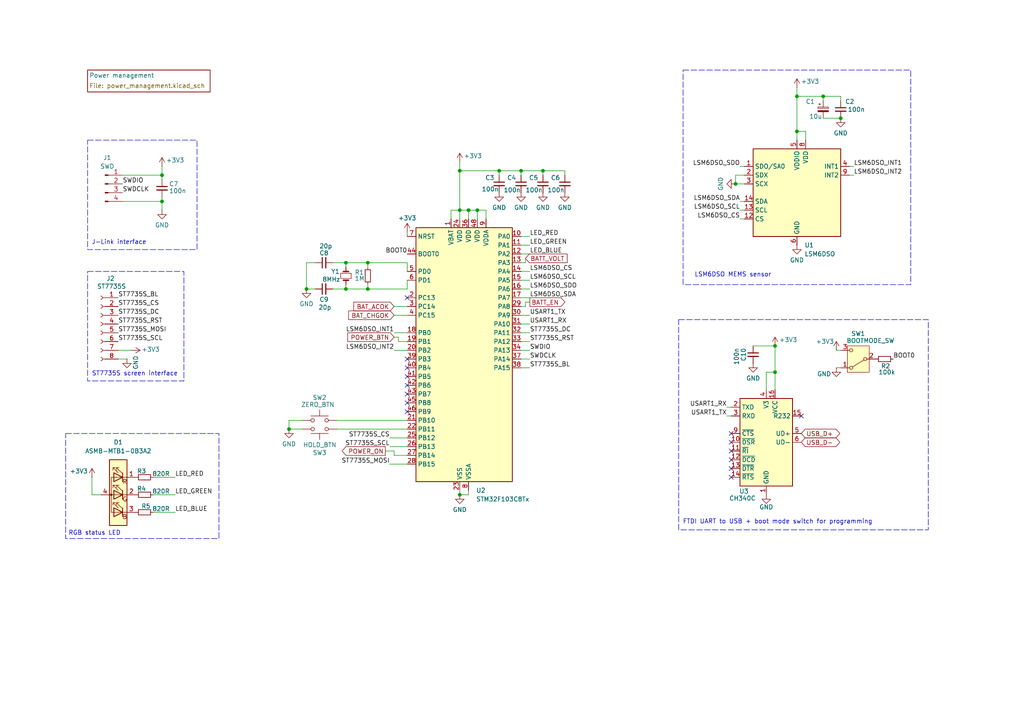
<source format=kicad_sch>
(kicad_sch (version 20231120) (generator "eeschema") (generator_version "8.0")
  (paper "A4")
  (title_block (title "Leany") (date "2024-10-07") (comment 1 "MIT License") (comment 2 "Copyright (c) 2023 Gilles Henrard"))
  (lib_symbols
    (symbol "Connector:Conn_01x04_Pin" (pin_names (offset 1.016) hide)
      (property "Reference" "J" (at 0 5.08 0))
      (property "Value" "Conn_01x04_Pin" (at 0 -7.62 0))
      (symbol "Conn_01x04_Pin_1_1"
        (polyline (pts (xy 1.27 -5.08) (xy 0.8636 -5.08)) (stroke (width 0.1524)))
        (polyline (pts (xy 1.27 -2.54) (xy 0.8636 -2.54)) (stroke (width 0.1524)))
        (polyline (pts (xy 1.27 0) (xy 0.8636 0)) (stroke (width 0.1524)))
        (polyline (pts (xy 1.27 2.54) (xy 0.8636 2.54)) (stroke (width 0.1524)))
        (rectangle (start 0.8636 -4.953) (end 0 -5.207) (stroke (width 0.1524)) (fill (type outline)))
        (rectangle (start 0.8636 -2.413) (end 0 -2.667) (stroke (width 0.1524)) (fill (type outline)))
        (rectangle (start 0.8636 0.127) (end 0 -0.127) (stroke (width 0.1524)) (fill (type outline)))
        (rectangle (start 0.8636 2.667) (end 0 2.413) (stroke (width 0.1524)) (fill (type outline)))
        (pin passive line (at 5.08 2.54 180) (length 3.81) (name "Pin_1") (number "1"))
        (pin passive line (at 5.08 0 180) (length 3.81) (name "Pin_2") (number "2"))
        (pin passive line (at 5.08 -2.54 180) (length 3.81) (name "Pin_3") (number "3"))
        (pin passive line (at 5.08 -5.08 180) (length 3.81) (name "Pin_4") (number "4"))
      )
    )
    (symbol "Connector:Conn_01x08_Socket" (pin_names (offset 1.016) hide)
      (property "Reference" "J" (at 0 10.16 0))
      (property "Value" "Conn_01x08_Socket" (at 0 -12.7 0))
      (symbol "Conn_01x08_Socket_1_1"
        (arc (start 0 -9.652) (mid -0.5058 -10.16) (end 0 -10.668) (stroke (width 0.1524)))
        (arc (start 0 -7.112) (mid -0.5058 -7.62) (end 0 -8.128) (stroke (width 0.1524)))
        (arc (start 0 -4.572) (mid -0.5058 -5.08) (end 0 -5.588) (stroke (width 0.1524)))
        (arc (start 0 -2.032) (mid -0.5058 -2.54) (end 0 -3.048) (stroke (width 0.1524)))
        (polyline (pts (xy -1.27 -10.16) (xy -0.508 -10.16)) (stroke (width 0.1524)))
        (polyline (pts (xy -1.27 -7.62) (xy -0.508 -7.62)) (stroke (width 0.1524)))
        (polyline (pts (xy -1.27 -5.08) (xy -0.508 -5.08)) (stroke (width 0.1524)))
        (polyline (pts (xy -1.27 -2.54) (xy -0.508 -2.54)) (stroke (width 0.1524)))
        (polyline (pts (xy -1.27 0) (xy -0.508 0)) (stroke (width 0.1524)))
        (polyline (pts (xy -1.27 2.54) (xy -0.508 2.54)) (stroke (width 0.1524)))
        (polyline (pts (xy -1.27 5.08) (xy -0.508 5.08)) (stroke (width 0.1524)))
        (polyline (pts (xy -1.27 7.62) (xy -0.508 7.62)) (stroke (width 0.1524)))
        (arc (start 0 0.508) (mid -0.5058 0) (end 0 -0.508) (stroke (width 0.1524)))
        (arc (start 0 3.048) (mid -0.5058 2.54) (end 0 2.032) (stroke (width 0.1524)))
        (arc (start 0 5.588) (mid -0.5058 5.08) (end 0 4.572) (stroke (width 0.1524)))
        (arc (start 0 8.128) (mid -0.5058 7.62) (end 0 7.112) (stroke (width 0.1524)))
        (pin passive line (at -5.08 7.62 0) (length 3.81) (name "Pin_1") (number "1"))
        (pin passive line (at -5.08 5.08 0) (length 3.81) (name "Pin_2") (number "2"))
        (pin passive line (at -5.08 2.54 0) (length 3.81) (name "Pin_3") (number "3"))
        (pin passive line (at -5.08 0 0) (length 3.81) (name "Pin_4") (number "4"))
        (pin passive line (at -5.08 -2.54 0) (length 3.81) (name "Pin_5") (number "5"))
        (pin passive line (at -5.08 -5.08 0) (length 3.81) (name "Pin_6") (number "6"))
        (pin passive line (at -5.08 -7.62 0) (length 3.81) (name "Pin_7") (number "7"))
        (pin passive line (at -5.08 -10.16 0) (length 3.81) (name "Pin_8") (number "8"))
      )
    )
    (symbol "Device:C_Polarized_Small" (pin_numbers hide) (pin_names (offset 0.254) hide)
      (property "Reference" "C" (at 0.254 1.778 0))
      (property "Value" "C_Polarized_Small" (at 0.254 -2.032 0))
      (symbol "C_Polarized_Small_0_1"
        (rectangle (start -1.524 -0.3048) (end 1.524 -0.6858) (fill (type outline)))
        (rectangle (start -1.524 0.6858) (end 1.524 0.3048))
        (polyline (pts (xy -1.27 1.524) (xy -0.762 1.524)))
        (polyline (pts (xy -1.016 1.27) (xy -1.016 1.778)))
      )
      (symbol "C_Polarized_Small_1_1"
        (pin passive line (at 0 2.54 270) (length 1.8542) (name "~") (number "1"))
        (pin passive line (at 0 -2.54 90) (length 1.8542) (name "~") (number "2"))
      )
    )
    (symbol "Device:C_Small" (pin_numbers hide) (pin_names (offset 0.254) hide)
      (property "Reference" "C" (at 0.254 1.778 0))
      (property "Value" "C_Small" (at 0.254 -2.032 0))
      (symbol "C_Small_0_1"
        (polyline (pts (xy -1.524 -0.508) (xy 1.524 -0.508)) (stroke (width 0.3302)))
        (polyline (pts (xy -1.524 0.508) (xy 1.524 0.508)) (stroke (width 0.3048)))
      )
      (symbol "C_Small_1_1"
        (pin passive line (at 0 2.54 270) (length 2.032) (name "~") (number "1"))
        (pin passive line (at 0 -2.54 90) (length 2.032) (name "~") (number "2"))
      )
    )
    (symbol "Device:Crystal_Small" (pin_numbers hide) (pin_names (offset 1.016) hide)
      (property "Reference" "Y" (at 0 2.54 0))
      (property "Value" "Crystal_Small" (at 0 -2.54 0))
      (symbol "Crystal_Small_0_1"
        (rectangle (start -0.762 -1.524) (end 0.762 1.524))
        (polyline (pts (xy -1.27 -0.762) (xy -1.27 0.762)) (stroke (width 0.381)))
        (polyline (pts (xy 1.27 -0.762) (xy 1.27 0.762)) (stroke (width 0.381)))
      )
      (symbol "Crystal_Small_1_1"
        (pin passive line (at -2.54 0 0) (length 1.27) (name "1") (number "1"))
        (pin passive line (at 2.54 0 180) (length 1.27) (name "2") (number "2"))
      )
    )
    (symbol "Device:R_Small" (pin_numbers hide) (pin_names (offset 0.254) hide)
      (property "Reference" "R" (at 0.762 0.508 0))
      (property "Value" "R_Small" (at 0.762 -1.016 0))
      (symbol "R_Small_0_1"
        (rectangle (start -0.762 1.778) (end 0.762 -1.778) (stroke (width 0.2032)))
      )
      (symbol "R_Small_1_1"
        (pin passive line (at 0 2.54 270) (length 0.762) (name "~") (number "1"))
        (pin passive line (at 0 -2.54 90) (length 0.762) (name "~") (number "2"))
      )
    )
    (symbol "Interface_USB:CH340C"
      (property "Reference" "U" (at -5.08 13.97 0))
      (property "Value" "CH340C" (at 1.27 13.97 0))
      (symbol "CH340C_0_1"
        (rectangle (start -7.62 12.7) (end 7.62 -12.7) (stroke (width 0.254)) (fill (type background)))
      )
      (symbol "CH340C_1_1"
        (pin power_in line (at 0 -15.24 90) (length 2.54) (name "GND") (number "1"))
        (pin input line (at 10.16 0 180) (length 2.54) (name "~{DSR}") (number "10"))
        (pin input line (at 10.16 -2.54 180) (length 2.54) (name "~{RI}") (number "11"))
        (pin input line (at 10.16 -5.08 180) (length 2.54) (name "~{DCD}") (number "12"))
        (pin output line (at 10.16 -7.62 180) (length 2.54) (name "~{DTR}") (number "13"))
        (pin output line (at 10.16 -10.16 180) (length 2.54) (name "~{RTS}") (number "14"))
        (pin input line (at -10.16 7.62 0) (length 2.54) (name "R232") (number "15"))
        (pin power_in line (at -2.54 15.24 270) (length 2.54) (name "VCC") (number "16"))
        (pin output line (at 10.16 10.16 180) (length 2.54) (name "TXD") (number "2"))
        (pin input line (at 10.16 7.62 180) (length 2.54) (name "RXD") (number "3"))
        (pin power_out line (at 0 15.24 270) (length 2.54) (name "V3") (number "4"))
        (pin bidirectional line (at -10.16 2.54 0) (length 2.54) (name "UD+") (number "5"))
        (pin bidirectional line (at -10.16 0 0) (length 2.54) (name "UD-") (number "6"))
        (pin no_connect line (at -7.62 -5.08 0) (length 2.54) hide (name "NC") (number "7"))
        (pin no_connect line (at -7.62 -7.62 0) (length 2.54) hide (name "NC") (number "8"))
        (pin input line (at 10.16 2.54 180) (length 2.54) (name "~{CTS}") (number "9"))
      )
    )
    (symbol "LED:ASMB-MTB1-0A3A2" (pin_names (offset 0) hide)
      (property "Reference" "D" (at 0 12.7 0))
      (property "Value" "ASMB-MTB1-0A3A2" (at 1.27 -11.43 0))
      (symbol "ASMB-MTB1-0A3A2_0_0"
        (text "B" (at -1.905 -6.35 0) (effects (font (size 1.27 1.27))))
        (text "G" (at -1.905 -1.27 0) (effects (font (size 1.27 1.27))))
        (text "R" (at -1.905 3.81 0) (effects (font (size 1.27 1.27))))
      )
      (symbol "ASMB-MTB1-0A3A2_0_1"
        (polyline (pts (xy -2.54 -5.08) (xy 1.27 -5.08)))
        (polyline (pts (xy -1.27 -3.81) (xy -1.27 -6.35)) (stroke (width 0.254)))
        (polyline (pts (xy -1.27 1.27) (xy -1.27 -1.27)) (stroke (width 0.254)))
        (polyline (pts (xy -1.27 6.35) (xy -1.27 3.81)) (stroke (width 0.254)))
        (polyline (pts (xy 1.27 5.08) (xy -2.54 5.08)))
        (polyline (pts (xy 2.54 0) (xy -2.54 0)))
        (polyline (pts (xy 1.27 -5.08) (xy 2.032 -5.08) (xy 2.032 5.08) (xy 1.27 5.08)))
        (polyline (pts (xy 1.27 -3.81) (xy 1.27 -6.35) (xy -1.27 -5.08) (xy 1.27 -3.81)) (stroke (width 0.254)))
        (polyline (pts (xy 1.27 1.27) (xy 1.27 -1.27) (xy -1.27 0) (xy 1.27 1.27)) (stroke (width 0.254)))
        (polyline (pts (xy 1.27 6.35) (xy 1.27 3.81) (xy -1.27 5.08) (xy 1.27 6.35)) (stroke (width 0.254)))
        (polyline (pts (xy -1.016 -3.81) (xy 0.508 -2.286) (xy -0.254 -2.286) (xy 0.508 -2.286) (xy 0.508 -3.048)))
        (polyline (pts (xy -1.016 1.27) (xy 0.508 2.794) (xy -0.254 2.794) (xy 0.508 2.794) (xy 0.508 2.032)))
        (polyline (pts (xy -1.016 6.35) (xy 0.508 7.874) (xy -0.254 7.874) (xy 0.508 7.874) (xy 0.508 7.112)))
        (polyline (pts (xy 0 -3.81) (xy 1.524 -2.286) (xy 0.762 -2.286) (xy 1.524 -2.286) (xy 1.524 -3.048)))
        (polyline (pts (xy 0 1.27) (xy 1.524 2.794) (xy 0.762 2.794) (xy 1.524 2.794) (xy 1.524 2.032)))
        (polyline (pts (xy 0 6.35) (xy 1.524 7.874) (xy 0.762 7.874) (xy 1.524 7.874) (xy 1.524 7.112)))
        (rectangle (start 1.27 6.35) (end 1.27 6.35))
        (circle (center 2.032 0) (radius 0.254) (fill (type outline)))
        (rectangle (start 2.54 -8.89) (end -2.54 10.16) (stroke (width 0.254)) (fill (type background)))
      )
      (symbol "ASMB-MTB1-0A3A2_1_1"
        (pin passive line (at -5.08 5.08 0) (length 2.54) (name "RK") (number "1"))
        (pin passive line (at -5.08 0 0) (length 2.54) (name "GK") (number "2"))
        (pin passive line (at -5.08 -5.08 0) (length 2.54) (name "BK") (number "3"))
        (pin passive line (at 5.08 0 180) (length 2.54) (name "A") (number "4"))
      )
    )
    (symbol "MCU_ST_STM32F1:STM32F103C8Tx"
      (property "Reference" "U" (at -12.7 39.37 0))
      (property "Value" "STM32F103C8Tx" (at 10.16 39.37 0))
      (symbol "STM32F103C8Tx_0_1"
        (rectangle (start -12.7 -35.56) (end 15.24 38.1) (stroke (width 0.254)) (fill (type background)))
      )
      (symbol "STM32F103C8Tx_1_1"
        (pin power_in line (at -2.54 40.64 270) (length 2.54) (name "VBAT") (number "1"))
        (pin bidirectional line (at 17.78 35.56 180) (length 2.54) (name "PA0") (number "10"))
        (pin bidirectional line (at 17.78 33.02 180) (length 2.54) (name "PA1") (number "11"))
        (pin bidirectional line (at 17.78 30.48 180) (length 2.54) (name "PA2") (number "12"))
        (pin bidirectional line (at 17.78 27.94 180) (length 2.54) (name "PA3") (number "13"))
        (pin bidirectional line (at 17.78 25.4 180) (length 2.54) (name "PA4") (number "14"))
        (pin bidirectional line (at 17.78 22.86 180) (length 2.54) (name "PA5") (number "15"))
        (pin bidirectional line (at 17.78 20.32 180) (length 2.54) (name "PA6") (number "16"))
        (pin bidirectional line (at 17.78 17.78 180) (length 2.54) (name "PA7") (number "17"))
        (pin bidirectional line (at -15.24 7.62 0) (length 2.54) (name "PB0") (number "18"))
        (pin bidirectional line (at -15.24 5.08 0) (length 2.54) (name "PB1") (number "19"))
        (pin bidirectional line (at -15.24 17.78 0) (length 2.54) (name "PC13") (number "2"))
        (pin bidirectional line (at -15.24 2.54 0) (length 2.54) (name "PB2") (number "20"))
        (pin bidirectional line (at -15.24 -17.78 0) (length 2.54) (name "PB10") (number "21"))
        (pin bidirectional line (at -15.24 -20.32 0) (length 2.54) (name "PB11") (number "22"))
        (pin power_in line (at 0 -38.1 90) (length 2.54) (name "VSS") (number "23"))
        (pin power_in line (at 0 40.64 270) (length 2.54) (name "VDD") (number "24"))
        (pin bidirectional line (at -15.24 -22.86 0) (length 2.54) (name "PB12") (number "25"))
        (pin bidirectional line (at -15.24 -25.4 0) (length 2.54) (name "PB13") (number "26"))
        (pin bidirectional line (at -15.24 -27.94 0) (length 2.54) (name "PB14") (number "27"))
        (pin bidirectional line (at -15.24 -30.48 0) (length 2.54) (name "PB15") (number "28"))
        (pin bidirectional line (at 17.78 15.24 180) (length 2.54) (name "PA8") (number "29"))
        (pin bidirectional line (at -15.24 15.24 0) (length 2.54) (name "PC14") (number "3"))
        (pin bidirectional line (at 17.78 12.7 180) (length 2.54) (name "PA9") (number "30"))
        (pin bidirectional line (at 17.78 10.16 180) (length 2.54) (name "PA10") (number "31"))
        (pin bidirectional line (at 17.78 7.62 180) (length 2.54) (name "PA11") (number "32"))
        (pin bidirectional line (at 17.78 5.08 180) (length 2.54) (name "PA12") (number "33"))
        (pin bidirectional line (at 17.78 2.54 180) (length 2.54) (name "PA13") (number "34"))
        (pin passive line (at 0 -38.1 90) (length 2.54) hide (name "VSS") (number "35"))
        (pin power_in line (at 2.54 40.64 270) (length 2.54) (name "VDD") (number "36"))
        (pin bidirectional line (at 17.78 0 180) (length 2.54) (name "PA14") (number "37"))
        (pin bidirectional line (at 17.78 -2.54 180) (length 2.54) (name "PA15") (number "38"))
        (pin bidirectional line (at -15.24 0 0) (length 2.54) (name "PB3") (number "39"))
        (pin bidirectional line (at -15.24 12.7 0) (length 2.54) (name "PC15") (number "4"))
        (pin bidirectional line (at -15.24 -2.54 0) (length 2.54) (name "PB4") (number "40"))
        (pin bidirectional line (at -15.24 -5.08 0) (length 2.54) (name "PB5") (number "41"))
        (pin bidirectional line (at -15.24 -7.62 0) (length 2.54) (name "PB6") (number "42"))
        (pin bidirectional line (at -15.24 -10.16 0) (length 2.54) (name "PB7") (number "43"))
        (pin input line (at -15.24 30.48 0) (length 2.54) (name "BOOT0") (number "44"))
        (pin bidirectional line (at -15.24 -12.7 0) (length 2.54) (name "PB8") (number "45"))
        (pin bidirectional line (at -15.24 -15.24 0) (length 2.54) (name "PB9") (number "46"))
        (pin passive line (at 0 -38.1 90) (length 2.54) hide (name "VSS") (number "47"))
        (pin power_in line (at 5.08 40.64 270) (length 2.54) (name "VDD") (number "48"))
        (pin bidirectional line (at -15.24 25.4 0) (length 2.54) (name "PD0") (number "5"))
        (pin bidirectional line (at -15.24 22.86 0) (length 2.54) (name "PD1") (number "6"))
        (pin input line (at -15.24 35.56 0) (length 2.54) (name "NRST") (number "7"))
        (pin power_in line (at 2.54 -38.1 90) (length 2.54) (name "VSSA") (number "8"))
        (pin power_in line (at 7.62 40.64 270) (length 2.54) (name "VDDA") (number "9"))
      )
    )
    (symbol "Switch:SW_Push" (pin_numbers hide) (pin_names (offset 1.016) hide)
      (property "Reference" "SW" (at 1.27 2.54 0))
      (property "Value" "SW_Push" (at 0 -1.524 0))
      (symbol "SW_Push_0_1"
        (circle (center -2.032 0) (radius 0.508))
        (polyline (pts (xy 0 1.27) (xy 0 3.048)))
        (polyline (pts (xy 2.54 1.27) (xy -2.54 1.27)))
        (circle (center 2.032 0) (radius 0.508))
        (pin passive line (at -5.08 0 0) (length 2.54) (name "1") (number "1"))
        (pin passive line (at 5.08 0 180) (length 2.54) (name "2") (number "2"))
      )
    )
    (symbol "Switch:SW_SPDT" (pin_names (offset 0) hide)
      (property "Reference" "SW" (at 0 5.08 0))
      (property "Value" "SW_SPDT" (at 0 -5.08 0))
      (symbol "SW_SPDT_0_1"
        (circle (center -2.032 0) (radius 0.4572))
        (polyline (pts (xy -1.651 0.254) (xy 1.651 2.286)))
        (circle (center 2.032 -2.54) (radius 0.4572))
        (circle (center 2.032 2.54) (radius 0.4572))
      )
      (symbol "SW_SPDT_1_1"
        (rectangle (start -3.175 3.81) (end 3.175 -3.81) (fill (type background)))
        (pin passive line (at 5.08 2.54 180) (length 2.54) (name "A") (number "1"))
        (pin passive line (at -5.08 0 0) (length 2.54) (name "B") (number "2"))
        (pin passive line (at 5.08 -2.54 180) (length 2.54) (name "C") (number "3"))
      )
    )
    (symbol "leany-symbols:LSM6DSO"
      (property "Reference" "U" (at -11.43 15.24 0))
      (property "Value" "LSM6DSO" (at -11.43 12.7 0))
      (symbol "LSM6DSO_0_1"
        (rectangle (start -12.7 12.7) (end 12.7 -12.7) (stroke (width 0.254)) (fill (type background)))
      )
      (symbol "LSM6DSO_1_1"
        (pin bidirectional line (at -15.24 7.62 0) (length 2.54) (name "SDO/SA0") (number "1"))
        (pin no_connect line (at 12.7 -5.08 180) (length 3.81) hide (name "NC") (number "10"))
        (pin no_connect line (at 12.7 -2.54 180) (length 3.81) hide (name "NC") (number "11"))
        (pin input line (at -15.24 -7.62 0) (length 2.54) (name "CS") (number "12"))
        (pin input line (at -15.24 -5.08 0) (length 2.54) (name "SCL") (number "13"))
        (pin bidirectional line (at -15.24 -2.54 0) (length 2.54) (name "SDA") (number "14"))
        (pin bidirectional line (at -15.24 5.08 0) (length 2.54) (name "SDX") (number "2"))
        (pin input line (at -15.24 2.54 0) (length 2.54) (name "SCX") (number "3"))
        (pin output line (at 15.24 7.62 180) (length 2.54) (name "INT1") (number "4"))
        (pin power_in line (at 0 15.24 270) (length 2.54) (name "VDDIO") (number "5"))
        (pin power_in line (at 0 -15.24 90) (length 2.54) (name "GND") (number "6"))
        (pin passive line (at 0 -15.24 90) (length 2.54) hide (name "GND") (number "7"))
        (pin power_in line (at 2.54 15.24 270) (length 2.54) (name "VDD") (number "8"))
        (pin output line (at 15.24 5.08 180) (length 2.54) (name "INT2") (number "9"))
      )
    )
    (symbol "power:+3V3" (power) (pin_numbers hide) (pin_names (offset 0) hide)
      (property "Value" "+3V3" (at 0 3.556 0))
      (symbol "+3V3_0_1"
        (polyline (pts (xy -0.762 1.27) (xy 0 2.54)))
        (polyline (pts (xy 0 0) (xy 0 2.54)))
        (polyline (pts (xy 0 2.54) (xy 0.762 1.27)))
      )
      (symbol "+3V3_1_1"
        (pin power_in line (at 0 0 90) (length 0) (name "~") (number "1"))
      )
    )
    (symbol "power:GND" (power) (pin_numbers hide) (pin_names (offset 0) hide)
      (property "Value" "GND" (at 0 -3.81 0))
      (symbol "GND_0_1"
        (polyline (pts (xy 0 0) (xy 0 -1.27) (xy 1.27 -1.27) (xy 0 -2.54) (xy -1.27 -1.27) (xy 0 -1.27)))
      )
      (symbol "GND_1_1"
        (pin power_in line (at 0 0 270) (length 0) (name "~") (number "1"))
      )
    )
  )
  (junction (at 106.68 83.82))
  (junction (at 213.36 53.34))
  (junction (at 83.82 124.46))
  (junction (at 100.33 76.2))
  (junction (at 144.78 49.53))
  (junction (at 133.35 143.51))
  (junction (at 238.76 27.94))
  (junction (at 224.79 107.95))
  (junction (at 231.14 27.94))
  (junction (at 135.89 60.96))
  (junction (at 151.13 49.53))
  (junction (at 224.79 100.33))
  (junction (at 88.9 83.82))
  (junction (at 46.99 58.42))
  (junction (at 157.48 49.53))
  (junction (at 243.84 34.29))
  (junction (at 100.33 83.82))
  (junction (at 231.14 38.1))
  (junction (at 133.35 60.96))
  (junction (at 46.99 50.8))
  (junction (at 133.35 49.53))
  (junction (at 138.43 60.96))
  (junction (at 106.68 76.2))
  (no_connect (at 212.09 135.89))
  (no_connect (at 212.09 125.73))
  (no_connect (at 118.11 109.22))
  (no_connect (at 118.11 114.3))
  (no_connect (at 212.09 128.27))
  (no_connect (at 212.09 133.35))
  (no_connect (at 212.09 138.43))
  (no_connect (at 118.11 116.84))
  (no_connect (at 118.11 111.76))
  (no_connect (at 118.11 86.36))
  (no_connect (at 212.09 130.81))
  (no_connect (at 118.11 119.38))
  (no_connect (at 118.11 106.68))
  (no_connect (at 232.41 120.65))
  (no_connect (at 118.11 104.14))
  (wire (pts (xy 83.82 121.92) (xy 83.82 124.46)))
  (wire (pts (xy 100.33 76.2) (xy 96.52 76.2)))
  (wire (pts (xy 231.14 27.94) (xy 238.76 27.94)))
  (wire (pts (xy 153.67 93.98) (xy 151.13 93.98)))
  (wire (pts (xy 44.45 138.43) (xy 50.8 138.43)))
  (wire (pts (xy 151.13 71.12) (xy 153.67 71.12)))
  (wire (pts (xy 113.03 134.62) (xy 118.11 134.62)))
  (wire (pts (xy 152.4 76.2) (xy 151.13 76.2)))
  (wire (pts (xy 144.78 49.53) (xy 144.78 50.8)))
  (wire (pts (xy 151.13 104.14) (xy 153.67 104.14)))
  (wire (pts (xy 115.57 99.06) (xy 118.11 99.06)))
  (wire (pts (xy 242.57 101.6) (xy 243.84 101.6)))
  (wire (pts (xy 114.3 91.44) (xy 118.11 91.44)))
  (wire (pts (xy 152.4 87.63) (xy 152.4 88.9)))
  (wire (pts (xy 213.36 53.34) (xy 215.9 53.34)))
  (wire (pts (xy 35.56 50.8) (xy 46.99 50.8)))
  (wire (pts (xy 38.1 101.6) (xy 34.29 101.6)))
  (wire (pts (xy 246.38 48.26) (xy 247.65 48.26)))
  (wire (pts (xy 133.35 143.51) (xy 133.35 142.24)))
  (wire (pts (xy 118.11 83.82) (xy 118.11 81.28)))
  (wire (pts (xy 215.9 50.8) (xy 213.36 50.8)))
  (wire (pts (xy 233.68 38.1) (xy 231.14 38.1)))
  (wire (pts (xy 151.13 106.68) (xy 153.67 106.68)))
  (wire (pts (xy 233.68 40.64) (xy 233.68 38.1)))
  (wire (pts (xy 113.03 129.54) (xy 118.11 129.54)))
  (wire (pts (xy 118.11 76.2) (xy 118.11 78.74)))
  (wire (pts (xy 222.25 107.95) (xy 222.25 113.03)))
  (wire (pts (xy 133.35 49.53) (xy 133.35 60.96)))
  (wire (pts (xy 231.14 38.1) (xy 231.14 40.64)))
  (wire (pts (xy 243.84 34.29) (xy 238.76 34.29)))
  (wire (pts (xy 214.63 60.96) (xy 215.9 60.96)))
  (wire (pts (xy 114.3 101.6) (xy 118.11 101.6)))
  (wire (pts (xy 138.43 60.96) (xy 140.97 60.96)))
  (wire (pts (xy 224.79 100.33) (xy 218.44 100.33)))
  (wire (pts (xy 111.76 130.81) (xy 114.3 130.81)))
  (wire (pts (xy 157.48 50.8) (xy 157.48 49.53)))
  (wire (pts (xy 231.14 27.94) (xy 231.14 38.1)))
  (wire (pts (xy 152.4 74.93) (xy 152.4 76.2)))
  (wire (pts (xy 153.67 91.44) (xy 151.13 91.44)))
  (wire (pts (xy 157.48 49.53) (xy 151.13 49.53)))
  (wire (pts (xy 106.68 76.2) (xy 106.68 77.47)))
  (wire (pts (xy 151.13 73.66) (xy 153.67 73.66)))
  (wire (pts (xy 238.76 27.94) (xy 243.84 27.94)))
  (wire (pts (xy 26.67 138.43) (xy 26.67 143.51)))
  (wire (pts (xy 106.68 83.82) (xy 118.11 83.82)))
  (wire (pts (xy 87.63 121.92) (xy 83.82 121.92)))
  (wire (pts (xy 238.76 27.94) (xy 238.76 29.21)))
  (wire (pts (xy 100.33 76.2) (xy 100.33 77.47)))
  (wire (pts (xy 46.99 57.15) (xy 46.99 58.42)))
  (wire (pts (xy 152.4 87.63) (xy 153.67 87.63)))
  (wire (pts (xy 26.67 143.51) (xy 29.21 143.51)))
  (wire (pts (xy 113.03 127) (xy 118.11 127)))
  (wire (pts (xy 151.13 83.82) (xy 153.67 83.82)))
  (wire (pts (xy 138.43 60.96) (xy 138.43 63.5)))
  (wire (pts (xy 213.36 50.8) (xy 213.36 53.34)))
  (wire (pts (xy 97.79 121.92) (xy 118.11 121.92)))
  (wire (pts (xy 118.11 67.31) (xy 118.11 68.58)))
  (wire (pts (xy 130.81 63.5) (xy 130.81 60.96)))
  (wire (pts (xy 151.13 81.28) (xy 153.67 81.28)))
  (wire (pts (xy 133.35 60.96) (xy 133.35 63.5)))
  (wire (pts (xy 46.99 50.8) (xy 46.99 52.07)))
  (wire (pts (xy 114.3 130.81) (xy 114.3 132.08)))
  (wire (pts (xy 210.82 118.11) (xy 212.09 118.11)))
  (wire (pts (xy 242.57 106.68) (xy 243.84 106.68)))
  (wire (pts (xy 114.3 132.08) (xy 118.11 132.08)))
  (wire (pts (xy 133.35 46.99) (xy 133.35 49.53)))
  (wire (pts (xy 114.3 96.52) (xy 118.11 96.52)))
  (wire (pts (xy 246.38 50.8) (xy 247.65 50.8)))
  (wire (pts (xy 135.89 143.51) (xy 135.89 142.24)))
  (wire (pts (xy 224.79 107.95) (xy 224.79 113.03)))
  (wire (pts (xy 135.89 60.96) (xy 138.43 60.96)))
  (wire (pts (xy 97.79 124.46) (xy 118.11 124.46)))
  (wire (pts (xy 153.67 68.58) (xy 151.13 68.58)))
  (wire (pts (xy 115.57 97.79) (xy 115.57 99.06)))
  (wire (pts (xy 214.63 58.42) (xy 215.9 58.42)))
  (wire (pts (xy 44.45 143.51) (xy 50.8 143.51)))
  (wire (pts (xy 222.25 107.95) (xy 224.79 107.95)))
  (wire (pts (xy 46.99 50.8) (xy 46.99 48.26)))
  (wire (pts (xy 83.82 124.46) (xy 87.63 124.46)))
  (wire (pts (xy 96.52 83.82) (xy 100.33 83.82)))
  (wire (pts (xy 135.89 60.96) (xy 135.89 63.5)))
  (wire (pts (xy 88.9 83.82) (xy 91.44 83.82)))
  (wire (pts (xy 34.29 104.14) (xy 36.83 104.14)))
  (wire (pts (xy 151.13 96.52) (xy 153.67 96.52)))
  (wire (pts (xy 151.13 99.06) (xy 153.67 99.06)))
  (wire (pts (xy 106.68 82.55) (xy 106.68 83.82)))
  (wire (pts (xy 88.9 76.2) (xy 88.9 83.82)))
  (wire (pts (xy 151.13 50.8) (xy 151.13 49.53)))
  (wire (pts (xy 114.3 97.79) (xy 115.57 97.79)))
  (wire (pts (xy 210.82 120.65) (xy 212.09 120.65)))
  (wire (pts (xy 151.13 78.74) (xy 153.67 78.74)))
  (wire (pts (xy 106.68 76.2) (xy 100.33 76.2)))
  (wire (pts (xy 214.63 48.26) (xy 215.9 48.26)))
  (wire (pts (xy 118.11 76.2) (xy 106.68 76.2)))
  (wire (pts (xy 46.99 58.42) (xy 35.56 58.42)))
  (wire (pts (xy 152.4 88.9) (xy 151.13 88.9)))
  (wire (pts (xy 231.14 25.4) (xy 231.14 27.94)))
  (wire (pts (xy 140.97 60.96) (xy 140.97 63.5)))
  (wire (pts (xy 151.13 49.53) (xy 144.78 49.53)))
  (wire (pts (xy 163.83 49.53) (xy 157.48 49.53)))
  (wire (pts (xy 114.3 88.9) (xy 118.11 88.9)))
  (wire (pts (xy 130.81 60.96) (xy 133.35 60.96)))
  (wire (pts (xy 214.63 63.5) (xy 215.9 63.5)))
  (wire (pts (xy 100.33 83.82) (xy 106.68 83.82)))
  (wire (pts (xy 243.84 27.94) (xy 243.84 29.21)))
  (wire (pts (xy 44.45 148.59) (xy 50.8 148.59)))
  (wire (pts (xy 100.33 82.55) (xy 100.33 83.82)))
  (wire (pts (xy 46.99 60.96) (xy 46.99 58.42)))
  (wire (pts (xy 224.79 100.33) (xy 224.79 107.95)))
  (wire (pts (xy 163.83 50.8) (xy 163.83 49.53)))
  (wire (pts (xy 151.13 101.6) (xy 153.67 101.6)))
  (wire (pts (xy 133.35 49.53) (xy 144.78 49.53)))
  (wire (pts (xy 133.35 60.96) (xy 135.89 60.96)))
  (wire (pts (xy 88.9 76.2) (xy 91.44 76.2)))
  (wire (pts (xy 133.35 143.51) (xy 135.89 143.51)))
  (wire (pts (xy 151.13 86.36) (xy 153.67 86.36)))
  (rectangle (start 19.05 125.73) (end 63.5 156.21) (stroke (width 0) (type dash)))
  (rectangle (start 198.12 20.32) (end 264.16 82.55) (stroke (width 0) (type dash)))
  (rectangle (start 25.4 40.64) (end 57.15 72.39) (stroke (width 0) (type dash)))
  (rectangle (start 196.85 92.71) (end 269.24 153.67) (stroke (width 0) (type dash)))
  (rectangle (start 25.4 78.74) (end 53.34 110.49) (stroke (width 0) (type dash)))
  (text "FTDI UART to USB + boot mode switch for programming" (at 225.552 151.384 0) (effects (font (size 1.27 1.27))))
  (text "LSM6DSO MEMS sensor" (at 212.598 79.756 0) (effects (font (size 1.27 1.27))))
  (text "ST7735S screen interface" (at 39.116 108.458 0) (effects (font (size 1.27 1.27))))
  (text "RGB status LED" (at 27.432 154.686 0) (effects (font (size 1.27 1.27))))
  (text "J-Link interface" (at 34.544 70.358 0) (effects (font (size 1.27 1.27))))
  (label "LSM6DSO_SDA" (at 153.67 86.36 0))
  (label "LSM6DSO_INT1" (at 114.3 96.52 180))
  (label "LSM6DSO_INT2" (at 114.3 101.6 180))
  (label "ST7735S_BL" (at 34.29 86.36 0))
  (label "ST7735S_DC" (at 34.29 91.44 0))
  (label "SWDCLK" (at 153.67 104.14 0))
  (label "ST7735S_CS" (at 113.03 127 180))
  (label "USART1_RX" (at 153.67 93.98 0))
  (label "LED_BLUE" (at 50.8 148.59 0))
  (label "ST7735S_SCL" (at 113.03 129.54 180))
  (label "LSM6DSO_INT1" (at 247.65 48.26 0))
  (label "LED_GREEN" (at 50.8 143.51 0))
  (label "LED_GREEN" (at 153.67 71.12 0))
  (label "USART1_RX" (at 210.82 118.11 180))
  (label "SWDIO" (at 35.56 53.34 0))
  (label "LSM6DSO_SCL" (at 214.63 60.96 180))
  (label "BOOT0" (at 259.08 104.14 0))
  (label "LSM6DSO_CS" (at 153.67 78.74 0))
  (label "LSM6DSO_SCL" (at 153.67 81.28 0))
  (label "ST7735S_SCL" (at 34.29 99.06 0))
  (label "USART1_TX" (at 153.67 91.44 0))
  (label "LSM6DSO_INT2" (at 247.65 50.8 0))
  (label "SWDCLK" (at 35.56 55.88 0))
  (label "ST7735S_DC" (at 153.67 96.52 0))
  (label "LED_BLUE" (at 153.67 73.66 0))
  (label "LED_RED" (at 50.8 138.43 0))
  (label "ST7735S_MOSI" (at 34.29 96.52 0))
  (label "BOOT0" (at 118.11 73.66 180))
  (label "SWDIO" (at 153.67 101.6 0))
  (label "ST7735S_RST" (at 34.29 93.98 0))
  (label "LSM6DSO_SDO" (at 214.63 48.26 180))
  (label "ST7735S_CS" (at 34.29 88.9 0))
  (label "LSM6DSO_SDO" (at 153.67 83.82 0))
  (label "ST7735S_BL" (at 153.67 106.68 0))
  (label "ST7735S_MOSI" (at 113.03 134.62 180))
  (label "LSM6DSO_SDA" (at 214.63 58.42 180))
  (label "ST7735S_RST" (at 153.67 99.06 0))
  (label "USART1_TX" (at 210.82 120.65 180))
  (label "LSM6DSO_CS" (at 214.63 63.5 180))
  (label "LED_RED" (at 153.67 68.58 0))
  (global_label "POWER_BTN" (shape input) (at 114.3 97.79 180) (property "Intersheetrefs" "${INTERSHEET_REFS}" (effects (hide yes))))
  (global_label "BATT_EN" (shape output) (at 153.67 87.63 0) (property "Intersheetrefs" "${INTERSHEET_REFS}" (effects (hide yes))))
  (global_label "BATT_VOLT" (shape input) (at 152.4 74.93 0) (property "Intersheetrefs" "${INTERSHEET_REFS}" (effects (hide yes))))
  (global_label "BAT_CHGOK" (shape input) (at 114.3 91.44 180) (property "Intersheetrefs" "${INTERSHEET_REFS}" (effects (hide yes))))
  (global_label "BAT_ACOK" (shape input) (at 114.3 88.9 180) (property "Intersheetrefs" "${INTERSHEET_REFS}" (effects (hide yes))))
  (global_label "USB_D+" (shape bidirectional) (at 232.41 125.73 0) (property "Intersheetrefs" "${INTERSHEET_REFS}" (effects (hide yes))))
  (global_label "USB_D-" (shape bidirectional) (at 232.41 128.27 0) (property "Intersheetrefs" "${INTERSHEET_REFS}" (effects (hide yes))))
  (global_label "POWER_ON" (shape output) (at 111.76 130.81 180) (property "Intersheetrefs" "${INTERSHEET_REFS}" (effects (hide yes))))
  (symbol (lib_id "power:GND") (at 46.99 60.96 0) (unit 1)
    (property "Reference" "#PWR010" (effects (hide yes)))
    (property "Value" "GND" (at 46.99 65.278 0))
    (property "Description" "Power symbol creates a global label with name \"GND\" , ground" (effects (hide yes)))
  )
  (symbol (lib_id "power:GND") (at 151.13 55.88 0) (unit 1)
    (property "Reference" "#PWR07" (effects (hide yes)))
    (property "Value" "GND" (at 151.13 60.198 0))
    (property "Description" "Power symbol creates a global label with name \"GND\" , ground" (effects (hide yes)))
  )
  (symbol (lib_id "LED:ASMB-MTB1-0A3A2") (at 34.29 143.51 0) (mirror y) (unit 1)
    (property "Reference" "D1" (at 34.29 128.27 0))
    (property "Value" "ASMB-MTB1-0B3A2" (at 34.29 130.81 0))
    (property "Footprint" "LED_SMD:LED_Avago_PLCC4_3.2x2.8mm_CW" (effects (hide yes)))
    (property "Datasheet" "https://docs.broadcom.com/doc/ASMB-MTB1-0B3A2-PLCC-4-Tricolor-Black-Surface-LED-DS" (effects (hide yes)))
    (property "Description" "Tricolor Black Surface LED, Common Anode Pin 4, PLCC-4" (effects (hide yes)))
  )
  (symbol (lib_id "power:GND") (at 36.83 104.14 0) (unit 1)
    (property "Reference" "#PWR017" (effects (hide yes)))
    (property "Value" "GND" (at 39.37 105.156 90))
    (property "Description" "Power symbol creates a global label with name \"GND\" , ground" (effects (hide yes)))
  )
  (symbol (lib_id "Device:C_Small") (at 163.83 53.34 0) (unit 1)
    (property "Reference" "C6" (at 159.766 51.562 0) (effects (justify left)))
    (property "Value" "100n" (at 158.75 55.118 0) (effects (justify left)))
    (property "Footprint" "Capacitor_SMD:C_0402_1005Metric" (effects (hide yes)))
    (property "Description" "Unpolarized capacitor, small symbol" (effects (hide yes)))
  )
  (symbol (lib_id "power:GND") (at 242.57 106.68 0) (unit 1)
    (property "Reference" "#PWR019" (effects (hide yes)))
    (property "Value" "GND" (at 236.982 108.458 0) (effects (justify left)))
    (property "Description" "Power symbol creates a global label with name \"GND\" , ground" (effects (hide yes)))
  )
  (symbol (lib_id "Device:R_Small") (at 41.91 148.59 90) (unit 1)
    (property "Reference" "R5" (at 43.688 146.812 90) (effects (justify left)))
    (property "Value" "820R" (at 49.276 147.574 90) (effects (justify left)))
    (property "Footprint" "Resistor_SMD:R_0603_1608Metric" (effects (hide yes)))
    (property "Description" "Resistor, small symbol" (effects (hide yes)))
  )
  (symbol (lib_id "power:GND") (at 144.78 55.88 0) (unit 1)
    (property "Reference" "#PWR06" (effects (hide yes)))
    (property "Value" "GND" (at 144.78 60.198 0))
    (property "Description" "Power symbol creates a global label with name \"GND\" , ground" (effects (hide yes)))
  )
  (symbol (lib_id "Connector:Conn_01x04_Pin") (at 30.48 53.34 0) (unit 1)
    (property "Reference" "J1" (at 31.115 45.72 0))
    (property "Value" "SWD" (at 31.115 48.26 0))
    (property "Footprint" "Connector_PinHeader_1.00mm:PinHeader_1x04_P1.00mm_Vertical" (effects (hide yes)))
    (property "Description" "Generic connector, single row, 01x04, script generated" (effects (hide yes)))
  )
  (symbol (lib_id "Device:C_Small") (at 93.98 83.82 90) (unit 1)
    (property "Reference" "C9" (at 93.98 86.868 90))
    (property "Value" "20p" (at 94.234 89.154 90))
    (property "Footprint" "Capacitor_SMD:C_0201_0603Metric" (effects (hide yes)))
    (property "Description" "Unpolarized capacitor, small symbol" (effects (hide yes)))
  )
  (symbol (lib_id "power:+3V3") (at 224.79 100.33 0) (unit 1)
    (property "Reference" "#PWR014" (effects (hide yes)))
    (property "Value" "+3V3" (at 228.6 98.552 0))
    (property "Description" "Power symbol creates a global label with name \"+3V3\"" (effects (hide yes)))
  )
  (symbol (lib_id "Device:C_Small") (at 46.99 54.61 0) (unit 1)
    (property "Reference" "C7" (at 49.022 53.34 0) (effects (justify left)))
    (property "Value" "100n" (at 49.022 55.372 0) (effects (justify left)))
    (property "Footprint" "Capacitor_SMD:C_0402_1005Metric" (effects (hide yes)))
    (property "Description" "Unpolarized capacitor, small symbol" (effects (hide yes)))
  )
  (symbol (lib_id "power:+3V3") (at 38.1 101.6 270) (unit 1)
    (property "Reference" "#PWR015" (effects (hide yes)))
    (property "Value" "+3V3" (at 43.688 101.346 90))
    (property "Description" "Power symbol creates a global label with name \"+3V3\"" (effects (hide yes)))
  )
  (symbol (lib_id "MCU_ST_STM32F1:STM32F103C8Tx") (at 133.35 104.14 0) (unit 1)
    (property "Reference" "U2" (at 138.0841 142.24 0) (effects (justify left)))
    (property "Value" "STM32F103C8Tx" (at 138.0841 144.78 0) (effects (justify left)))
    (property "Footprint" "Package_QFP:LQFP-48_7x7mm_P0.5mm" (effects (hide yes)))
    (property "Datasheet" "https://www.st.com/resource/en/datasheet/stm32f103c8.pdf" (effects (hide yes)))
    (property "Description" "STMicroelectronics Arm Cortex-M3 MCU, 64KB flash, 20KB RAM, 72 MHz, 2.0-3.6V, 37 GPIO, LQFP48" (effects (hide yes)))
  )
  (symbol (lib_id "power:GND") (at 133.35 143.51 0) (unit 1)
    (property "Reference" "#PWR022" (effects (hide yes)))
    (property "Value" "GND" (at 133.35 147.828 0))
    (property "Description" "Power symbol creates a global label with name \"GND\" , ground" (effects (hide yes)))
  )
  (symbol (lib_id "Device:C_Small") (at 243.84 31.75 0) (unit 1)
    (property "Reference" "C2" (at 245.11 29.464 0) (effects (justify left)))
    (property "Value" "100n" (at 245.872 31.75 0) (effects (justify left)))
    (property "Footprint" "Capacitor_SMD:C_0402_1005Metric" (effects (hide yes)))
    (property "Description" "Unpolarized capacitor, small symbol" (effects (hide yes)))
  )
  (symbol (lib_id "power:+3V3") (at 46.99 48.26 0) (unit 1)
    (property "Reference" "#PWR04" (effects (hide yes)))
    (property "Value" "+3V3" (at 50.8 46.482 0))
    (property "Description" "Power symbol creates a global label with name \"+3V3\"" (effects (hide yes)))
  )
  (symbol (lib_id "power:+3V3") (at 118.11 67.31 0) (unit 1)
    (property "Reference" "#PWR011" (effects (hide yes)))
    (property "Value" "+3V3" (at 118.11 63.246 0))
    (property "Description" "Power symbol creates a global label with name \"+3V3\"" (effects (hide yes)))
  )
  (symbol (lib_id "Device:R_Small") (at 41.91 143.51 90) (unit 1)
    (property "Reference" "R4" (at 42.418 141.732 90) (effects (justify left)))
    (property "Value" "820R" (at 49.276 142.494 90) (effects (justify left)))
    (property "Footprint" "Resistor_SMD:R_0603_1608Metric" (effects (hide yes)))
    (property "Description" "Resistor, small symbol" (effects (hide yes)))
  )
  (symbol (lib_id "Device:C_Polarized_Small") (at 238.76 31.75 0) (unit 1)
    (property "Reference" "C1" (at 233.68 29.464 0) (effects (justify left)))
    (property "Value" "10u" (at 234.696 33.782 0) (effects (justify left)))
    (property "Footprint" "Capacitor_SMD:C_0402_1005Metric" (effects (hide yes)))
    (property "Datasheet" "https://www.mouser.be/datasheet/2/212/KEM_A4003_EXV-1094684.pdf" (effects (hide yes)))
    (property "Description" "Polarized capacitor, small symbol" (effects (hide yes)))
  )
  (symbol (lib_id "power:GND") (at 213.36 53.34 270) (unit 1)
    (property "Reference" "#PWR05" (effects (hide yes)))
    (property "Value" "GND" (at 209.042 53.34 0))
    (property "Description" "Power symbol creates a global label with name \"GND\" , ground" (effects (hide yes)))
  )
  (symbol (lib_id "Interface_USB:CH340C") (at 222.25 128.27 0) (mirror y) (unit 1)
    (property "Reference" "U3" (at 217.17 142.494 0) (effects (justify left)))
    (property "Value" "CH340C" (at 219.202 144.526 0) (effects (justify left)))
    (property "Footprint" "Package_SO:SOIC-16_3.9x9.9mm_P1.27mm" (effects (hide yes)))
    (property "Datasheet" "https://datasheet.lcsc.com/szlcsc/Jiangsu-Qin-Heng-CH340C_C84681.pdf" (effects (hide yes)))
    (property "Description" "USB serial converter, crystal-less, UART, SOIC-16" (effects (hide yes)))
  )
  (symbol (lib_id "power:GND") (at 218.44 105.41 0) (mirror y) (unit 1)
    (property "Reference" "#PWR018" (effects (hide yes)))
    (property "Value" "GND" (at 218.44 109.728 0))
    (property "Description" "Power symbol creates a global label with name \"GND\" , ground" (effects (hide yes)))
  )
  (symbol (lib_id "Switch:SW_SPDT") (at 248.92 104.14 180) (unit 1)
    (property "Reference" "SW1" (at 248.92 96.774 0))
    (property "Value" "BOOTMODE_SW" (at 252.476 98.806 0))
    (property "Description" "Switch, single pole double throw" (effects (hide yes)))
  )
  (symbol (lib_id "Device:R_Small") (at 256.54 104.14 270) (unit 1)
    (property "Reference" "R2" (at 255.524 106.172 90) (effects (justify left)))
    (property "Value" "100k" (at 254.762 107.95 90) (effects (justify left)))
    (property "Footprint" "Resistor_SMD:R_0603_1608Metric" (effects (hide yes)))
    (property "Description" "Resistor, small symbol" (effects (hide yes)))
  )
  (symbol (lib_id "power:GND") (at 157.48 55.88 0) (unit 1)
    (property "Reference" "#PWR08" (effects (hide yes)))
    (property "Value" "GND" (at 157.48 60.198 0))
    (property "Description" "Power symbol creates a global label with name \"GND\" , ground" (effects (hide yes)))
  )
  (symbol (lib_id "power:GND") (at 83.82 124.46 0) (unit 1)
    (property "Reference" "#PWR020" (effects (hide yes)))
    (property "Value" "GND" (at 83.82 128.778 0))
    (property "Description" "Power symbol creates a global label with name \"GND\" , ground" (effects (hide yes)))
  )
  (symbol (lib_id "power:+3V3") (at 26.67 138.43 0) (mirror y) (unit 1)
    (property "Reference" "#PWR021" (effects (hide yes)))
    (property "Value" "+3V3" (at 22.86 136.652 0))
    (property "Description" "Power symbol creates a global label with name \"+3V3\"" (effects (hide yes)))
  )
  (symbol (lib_id "power:GND") (at 231.14 71.12 0) (unit 1)
    (property "Reference" "#PWR012" (effects (hide yes)))
    (property "Value" "GND" (at 231.14 75.438 0))
    (property "Description" "Power symbol creates a global label with name \"GND\" , ground" (effects (hide yes)))
  )
  (symbol (lib_id "Device:R_Small") (at 106.68 80.01 0) (unit 1)
    (property "Reference" "R1" (at 102.87 78.994 0) (effects (justify left)))
    (property "Value" "1M" (at 102.87 80.772 0) (effects (justify left)))
    (property "Footprint" "Resistor_SMD:R_0603_1608Metric" (effects (hide yes)))
    (property "Description" "Resistor, small symbol" (effects (hide yes)))
  )
  (symbol (lib_id "Connector:Conn_01x08_Socket") (at 29.21 93.98 0) (mirror y) (unit 1)
    (property "Reference" "J2" (at 33.274 80.772 0) (effects (justify left)))
    (property "Value" "ST7735S" (at 36.576 83.058 0) (effects (justify left)))
    (property "Footprint" "Connector_PinSocket_1.00mm:PinSocket_1x08_P1.00mm_Vertical" (effects (hide yes)))
    (property "Description" "Generic connector, single row, 01x08, script generated" (effects (hide yes)))
  )
  (symbol (lib_id "leany-symbols:LSM6DSO") (at 231.14 55.88 0) (unit 1)
    (property "Reference" "U1" (at 233.3341 71.12 0) (effects (justify left)))
    (property "Value" "LSM6DSO" (at 233.3341 73.66 0) (effects (justify left)))
    (property "Footprint" "Package_LGA:LGA-14_3x2.5mm_P0.5mm_LayoutBorder3x4y" (effects (hide yes)))
    (property "Datasheet" "https://www.st.com/resource/en/datasheet/lsm6dso.pdf" (effects (hide yes)))
    (property "Description" "I2C/SPI, iNEMO inertial module: always-on 3D accelerometer and 3D gyroscope" (effects (hide yes)))
  )
  (symbol (lib_id "power:GND") (at 88.9 83.82 0) (unit 1)
    (property "Reference" "#PWR013" (effects (hide yes)))
    (property "Value" "GND" (at 88.9 88.138 0))
    (property "Description" "Power symbol creates a global label with name \"GND\" , ground" (effects (hide yes)))
  )
  (symbol (lib_id "Device:R_Small") (at 41.91 138.43 90) (unit 1)
    (property "Reference" "R3" (at 42.418 136.652 90) (effects (justify left)))
    (property "Value" "820R" (at 49.276 137.414 90) (effects (justify left)))
    (property "Footprint" "Resistor_SMD:R_0603_1608Metric" (effects (hide yes)))
    (property "Description" "Resistor, small symbol" (effects (hide yes)))
  )
  (symbol (lib_id "power:+3V3") (at 133.35 46.99 0) (unit 1)
    (property "Reference" "#PWR03" (effects (hide yes)))
    (property "Value" "+3V3" (at 137.16 45.212 0))
    (property "Description" "Power symbol creates a global label with name \"+3V3\"" (effects (hide yes)))
  )
  (symbol (lib_id "Switch:SW_Push") (at 92.71 121.92 0) (mirror y) (unit 1)
    (property "Reference" "SW2" (at 94.742 115.316 0) (effects (justify left)))
    (property "Value" "ZERO_BTN" (at 97.028 117.348 0) (effects (justify left)))
    (property "Description" "Push button switch, generic, two pins" (effects (hide yes)))
  )
  (symbol (lib_id "power:GND") (at 163.83 55.88 0) (unit 1)
    (property "Reference" "#PWR09" (effects (hide yes)))
    (property "Value" "GND" (at 163.83 60.198 0))
    (property "Description" "Power symbol creates a global label with name \"GND\" , ground" (effects (hide yes)))
  )
  (symbol (lib_id "power:GND") (at 222.25 143.51 0) (mirror y) (unit 1)
    (property "Reference" "#PWR023" (effects (hide yes)))
    (property "Value" "GND" (at 222.25 147.066 0))
    (property "Description" "Power symbol creates a global label with name \"GND\" , ground" (effects (hide yes)))
  )
  (symbol (lib_id "Device:C_Small") (at 157.48 53.34 0) (unit 1)
    (property "Reference" "C5" (at 153.416 51.562 0) (effects (justify left)))
    (property "Value" "100n" (at 152.4 55.118 0) (effects (justify left)))
    (property "Footprint" "Capacitor_SMD:C_0402_1005Metric" (effects (hide yes)))
    (property "Description" "Unpolarized capacitor, small symbol" (effects (hide yes)))
  )
  (symbol (lib_id "Device:Crystal_Small") (at 100.33 80.01 90) (unit 1)
    (property "Reference" "Y1" (at 96.012 78.74 90) (effects (justify right)))
    (property "Value" "8MHz" (at 93.472 81.026 90) (effects (justify right)))
    (property "Footprint" "Crystal:Crystal_SMD_Abracon_ABM3-2Pin_5.0x3.2mm" (effects (hide yes)))
    (property "Datasheet" "https://abracon.com/Resonators/ABM3.pdf" (effects (hide yes)))
    (property "Description" "Two pin crystal, small symbol" (effects (hide yes)))
  )
  (symbol (lib_id "power:+3V3") (at 231.14 25.4 0) (unit 1)
    (property "Reference" "#PWR01" (effects (hide yes)))
    (property "Value" "+3V3" (at 234.95 23.622 0))
    (property "Description" "Power symbol creates a global label with name \"+3V3\"" (effects (hide yes)))
  )
  (symbol (lib_id "power:GND") (at 243.84 34.29 0) (unit 1)
    (property "Reference" "#PWR02" (effects (hide yes)))
    (property "Value" "GND" (at 243.84 38.608 0))
    (property "Description" "Power symbol creates a global label with name \"GND\" , ground" (effects (hide yes)))
  )
  (symbol (lib_id "Device:C_Small") (at 93.98 76.2 90) (unit 1)
    (property "Reference" "C8" (at 93.98 73.406 90))
    (property "Value" "20p" (at 94.488 71.374 90))
    (property "Footprint" "Capacitor_SMD:C_0201_0603Metric" (effects (hide yes)))
    (property "Description" "Unpolarized capacitor, small symbol" (effects (hide yes)))
  )
  (symbol (lib_id "Device:C_Small") (at 144.78 53.34 0) (unit 1)
    (property "Reference" "C3" (at 140.716 51.562 0) (effects (justify left)))
    (property "Value" "100n" (at 139.7 54.864 0) (effects (justify left)))
    (property "Footprint" "Capacitor_SMD:C_0402_1005Metric" (effects (hide yes)))
    (property "Description" "Unpolarized capacitor, small symbol" (effects (hide yes)))
  )
  (symbol (lib_id "Device:C_Small") (at 151.13 53.34 0) (unit 1)
    (property "Reference" "C4" (at 147.066 51.562 0) (effects (justify left)))
    (property "Value" "100n" (at 146.05 55.118 0) (effects (justify left)))
    (property "Footprint" "Capacitor_SMD:C_0402_1005Metric" (effects (hide yes)))
    (property "Description" "Unpolarized capacitor, small symbol" (effects (hide yes)))
  )
  (symbol (lib_id "Switch:SW_Push") (at 92.71 124.46 0) (mirror x) (unit 1)
    (property "Reference" "SW3" (at 90.678 131.318 0) (effects (justify left)))
    (property "Value" "HOLD_BTN" (at 87.884 129.032 0) (effects (justify left)))
    (property "Description" "Push button switch, generic, two pins" (effects (hide yes)))
  )
  (symbol (lib_id "Device:C_Small") (at 218.44 102.87 0) (mirror y) (unit 1)
    (property "Reference" "C10" (at 215.646 102.87 90))
    (property "Value" "100n" (at 213.614 103.378 90))
    (property "Footprint" "Capacitor_SMD:C_0402_1005Metric" (effects (hide yes)))
    (property "Description" "Unpolarized capacitor, small symbol" (effects (hide yes)))
  )
  (symbol (lib_id "power:+3V3") (at 242.57 101.6 0) (unit 1)
    (property "Reference" "#PWR016" (effects (hide yes)))
    (property "Value" "+3V3" (at 239.268 99.06 0))
    (property "Description" "Power symbol creates a global label with name \"+3V3\"" (effects (hide yes)))
  )
  (sheet (at 25.4 20.32) (size 35.56 6.35) (stroke (width 0.1524))
    (property "Sheetname" "Power management" (at 25.908 22.606 0) (effects (justify left bottom)))
    (property "Sheetfile" "power_management.kicad_sch" (at 25.908 24.13 0) (effects (justify left top)))
  )
)
</source>
